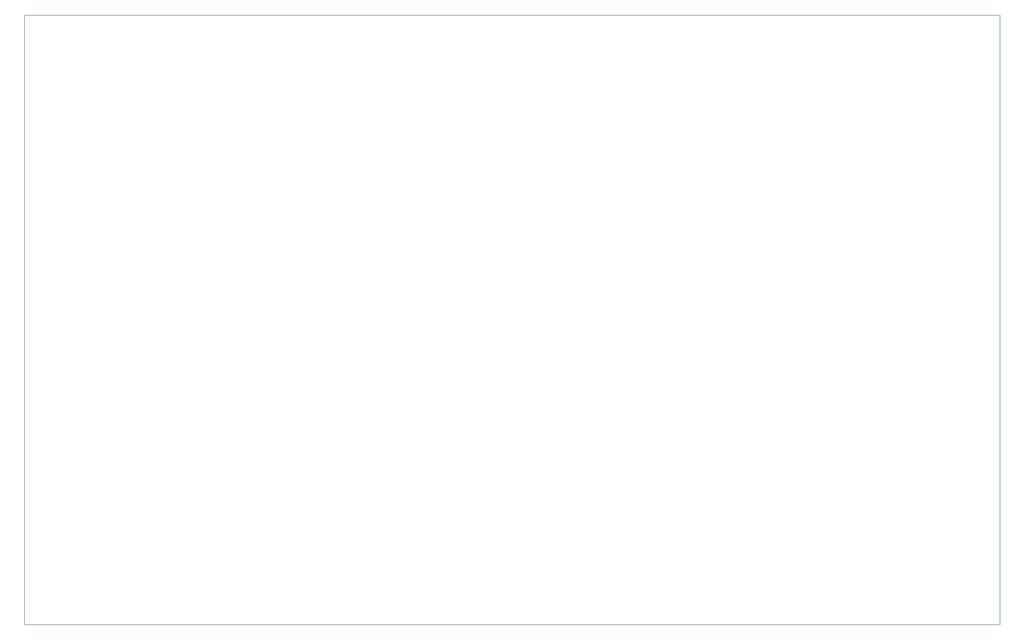
<source format=gbo>
G75*
%MOIN*%
%OFA0B0*%
%FSLAX25Y25*%
%IPPOS*%
%LPD*%
%AMOC8*
5,1,8,0,0,1.08239X$1,22.5*
%
%ADD10C,0.00000*%
D10*
X0001000Y0001000D02*
X0001000Y0394701D01*
X0630921Y0394701D01*
X0630921Y0001000D01*
X0001000Y0001000D01*
M02*

</source>
